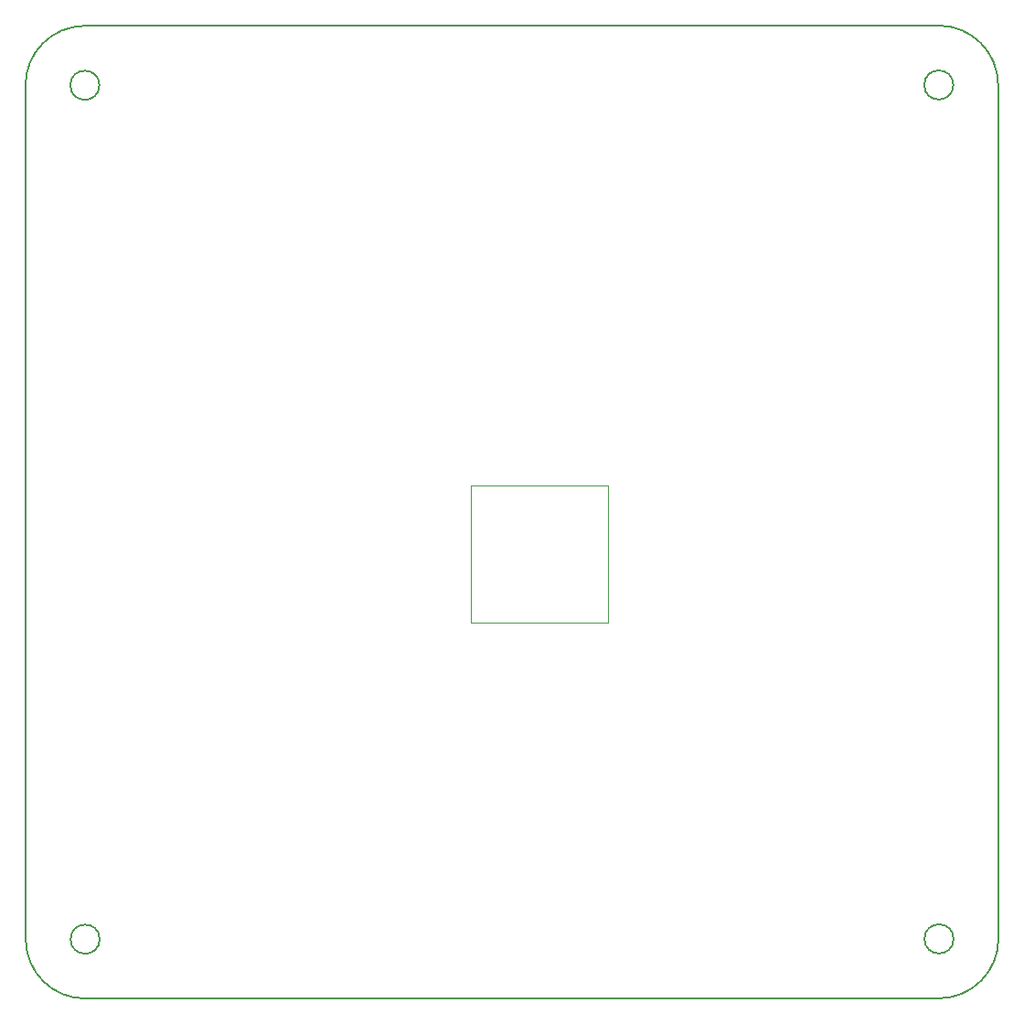
<source format=gm1>
%TF.GenerationSoftware,KiCad,Pcbnew,(6.0.8)*%
%TF.CreationDate,2023-03-18T14:47:44-05:00*%
%TF.ProjectId,board1,626f6172-6431-42e6-9b69-6361645f7063,rev?*%
%TF.SameCoordinates,Original*%
%TF.FileFunction,Profile,NP*%
%FSLAX46Y46*%
G04 Gerber Fmt 4.6, Leading zero omitted, Abs format (unit mm)*
G04 Created by KiCad (PCBNEW (6.0.8)) date 2023-03-18 14:47:44*
%MOMM*%
%LPD*%
G01*
G04 APERTURE LIST*
%TA.AperFunction,Profile*%
%ADD10C,0.200000*%
%TD*%
%TA.AperFunction,Profile*%
%ADD11C,0.100000*%
%TD*%
G04 APERTURE END LIST*
D10*
X164896200Y-121517500D02*
G75*
G03*
X164896200Y-121517500I-1346200J0D01*
G01*
X85796200Y-42467500D02*
G75*
G03*
X85796200Y-42467500I-1346200J0D01*
G01*
X84425000Y-36967500D02*
X163500000Y-36942501D01*
X169025000Y-42417613D02*
G75*
G03*
X163500000Y-36942501I-5500056J-24944D01*
G01*
X163574887Y-127017500D02*
X84500000Y-127042499D01*
D11*
X132855800Y-92194900D02*
X120155800Y-92194900D01*
X120155800Y-92194900D02*
X120155800Y-79494900D01*
X120155800Y-79494900D02*
X132855800Y-79494900D01*
X132855800Y-79494900D02*
X132855800Y-92194900D01*
D10*
X78975000Y-121567387D02*
X78950001Y-42492500D01*
X78975000Y-121567387D02*
G75*
G03*
X84500000Y-127042499I5500056J24944D01*
G01*
X169025000Y-42417613D02*
X169049999Y-121492500D01*
X84425113Y-36967500D02*
G75*
G03*
X78950001Y-42492500I24944J-5500056D01*
G01*
X85821200Y-121542500D02*
G75*
G03*
X85821200Y-121542500I-1346200J0D01*
G01*
X164871200Y-42442500D02*
G75*
G03*
X164871200Y-42442500I-1346200J0D01*
G01*
X163574887Y-127017500D02*
G75*
G03*
X169049999Y-121492500I-24944J5500056D01*
G01*
M02*

</source>
